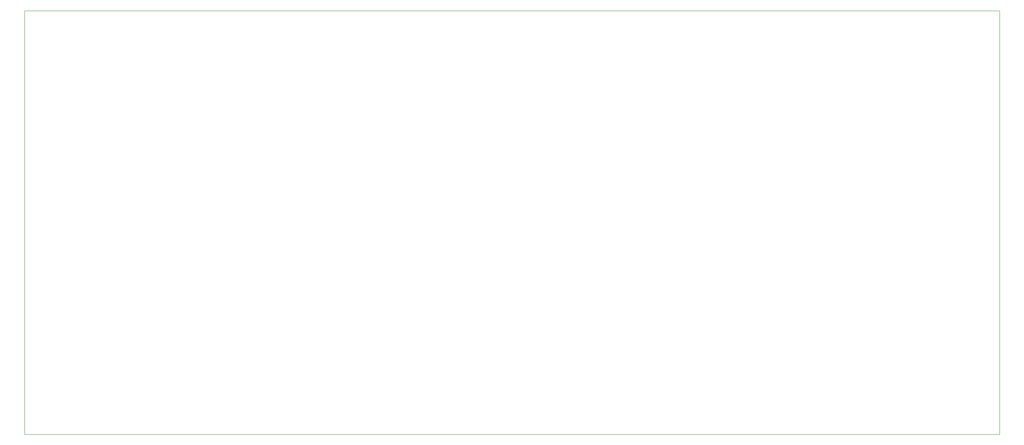
<source format=gm1>
G04 #@! TF.GenerationSoftware,KiCad,Pcbnew,(5.1.12)-1*
G04 #@! TF.CreationDate,2022-10-05T17:50:00-05:00*
G04 #@! TF.ProjectId,motherboard,6d6f7468-6572-4626-9f61-72642e6b6963,rev?*
G04 #@! TF.SameCoordinates,Original*
G04 #@! TF.FileFunction,Profile,NP*
%FSLAX46Y46*%
G04 Gerber Fmt 4.6, Leading zero omitted, Abs format (unit mm)*
G04 Created by KiCad (PCBNEW (5.1.12)-1) date 2022-10-05 17:50:00*
%MOMM*%
%LPD*%
G01*
G04 APERTURE LIST*
G04 #@! TA.AperFunction,Profile*
%ADD10C,0.050000*%
G04 #@! TD*
G04 APERTURE END LIST*
D10*
X29210000Y-121920000D02*
X29210000Y-27940000D01*
X245110000Y-121920000D02*
X29210000Y-121920000D01*
X245110000Y-27940000D02*
X245110000Y-121920000D01*
X29210000Y-27940000D02*
X245110000Y-27940000D01*
M02*

</source>
